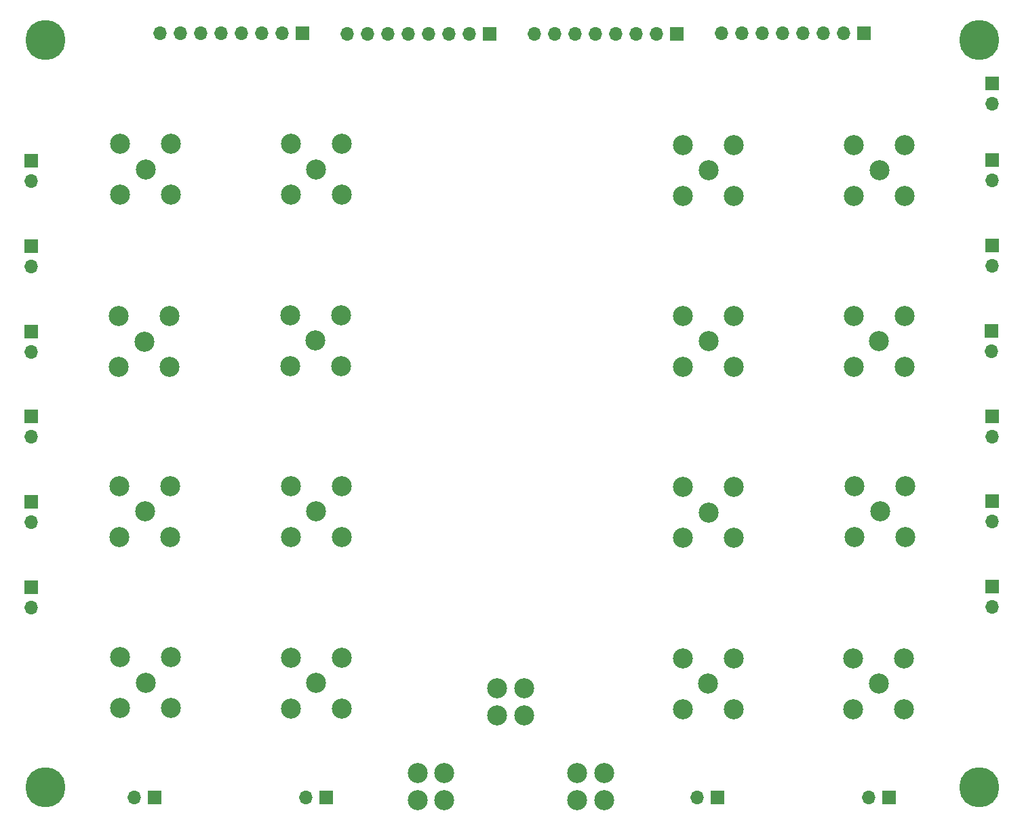
<source format=gbr>
G04 #@! TF.GenerationSoftware,KiCad,Pcbnew,(5.1.10-1-10_14)*
G04 #@! TF.CreationDate,2022-10-09T23:43:03+02:00*
G04 #@! TF.ProjectId,BoatCentralBoard,426f6174-4365-46e7-9472-616c426f6172,rev?*
G04 #@! TF.SameCoordinates,Original*
G04 #@! TF.FileFunction,Soldermask,Bot*
G04 #@! TF.FilePolarity,Negative*
%FSLAX46Y46*%
G04 Gerber Fmt 4.6, Leading zero omitted, Abs format (unit mm)*
G04 Created by KiCad (PCBNEW (5.1.10-1-10_14)) date 2022-10-09 23:43:03*
%MOMM*%
%LPD*%
G01*
G04 APERTURE LIST*
%ADD10C,5.000000*%
%ADD11C,2.500000*%
%ADD12R,1.700000X1.700000*%
%ADD13O,1.700000X1.700000*%
G04 APERTURE END LIST*
D10*
X86790800Y-137280600D03*
X203440800Y-137280600D03*
X203390800Y-44030600D03*
X86790800Y-43980600D03*
D11*
X169625000Y-102975000D03*
X166450000Y-106150000D03*
X172800000Y-106150000D03*
X166450000Y-99800000D03*
X172800000Y-99800000D03*
D12*
X205050000Y-101610000D03*
D13*
X205050000Y-104150000D03*
D11*
X153210000Y-135510000D03*
X156580000Y-135510000D03*
X156580000Y-138880000D03*
X153210000Y-138880000D03*
D12*
X205040800Y-49390600D03*
D13*
X205040800Y-51930600D03*
D12*
X118950000Y-43150000D03*
D13*
X116410000Y-43150000D03*
X113870000Y-43150000D03*
X111330000Y-43150000D03*
X108790000Y-43150000D03*
X106250000Y-43150000D03*
X103710000Y-43150000D03*
X101170000Y-43150000D03*
D12*
X142250000Y-43250000D03*
D13*
X139710000Y-43250000D03*
X137170000Y-43250000D03*
X134630000Y-43250000D03*
X132090000Y-43250000D03*
X129550000Y-43250000D03*
X127010000Y-43250000D03*
X124470000Y-43250000D03*
D12*
X165690000Y-43250000D03*
D13*
X163150000Y-43250000D03*
X160610000Y-43250000D03*
X158070000Y-43250000D03*
X155530000Y-43250000D03*
X152990000Y-43250000D03*
X150450000Y-43250000D03*
X147910000Y-43250000D03*
D12*
X189006200Y-43193800D03*
D13*
X186466200Y-43193800D03*
X183926200Y-43193800D03*
X181386200Y-43193800D03*
X178846200Y-43193800D03*
X176306200Y-43193800D03*
X173766200Y-43193800D03*
X171226200Y-43193800D03*
D11*
X169550000Y-124350000D03*
X172725000Y-127525000D03*
X172725000Y-121175000D03*
X166375000Y-127525000D03*
X166375000Y-121175000D03*
X169590800Y-81630600D03*
X172765800Y-78455600D03*
X166415800Y-78455600D03*
X172765800Y-84805600D03*
X166415800Y-84805600D03*
X190890800Y-81625000D03*
X194065800Y-78450000D03*
X187715800Y-78450000D03*
X194065800Y-84800000D03*
X187715800Y-84800000D03*
X169590800Y-60275000D03*
X172765800Y-57100000D03*
X166415800Y-57100000D03*
X172765800Y-63450000D03*
X166415800Y-63450000D03*
X120650000Y-102850000D03*
X117475000Y-99675000D03*
X117475000Y-106025000D03*
X123825000Y-99675000D03*
X123825000Y-106025000D03*
X99350000Y-124250000D03*
X96175000Y-121075000D03*
X96175000Y-127425000D03*
X102525000Y-121075000D03*
X102525000Y-127425000D03*
X120650000Y-124275000D03*
X123825000Y-121100000D03*
X117475000Y-121100000D03*
X123825000Y-127450000D03*
X117475000Y-127450000D03*
X99350000Y-60150000D03*
X96175000Y-56975000D03*
X96175000Y-63325000D03*
X102525000Y-56975000D03*
X102525000Y-63325000D03*
X120550000Y-81550000D03*
X117375000Y-78375000D03*
X117375000Y-84725000D03*
X123725000Y-78375000D03*
X123725000Y-84725000D03*
X99150000Y-81650000D03*
X95975000Y-78475000D03*
X95975000Y-84825000D03*
X102325000Y-78475000D03*
X102325000Y-84825000D03*
X99250000Y-102850000D03*
X96075000Y-99675000D03*
X96075000Y-106025000D03*
X102425000Y-99675000D03*
X102425000Y-106025000D03*
X143250000Y-124950000D03*
X146620000Y-124950000D03*
X146620000Y-128320000D03*
X143250000Y-128320000D03*
X190850000Y-124350000D03*
X194025000Y-121175000D03*
X187675000Y-121175000D03*
X194025000Y-127525000D03*
X187675000Y-127525000D03*
X190940800Y-60280600D03*
X187765800Y-57105600D03*
X187765800Y-63455600D03*
X194115800Y-57105600D03*
X194115800Y-63455600D03*
X120650000Y-60150000D03*
X117475000Y-56975000D03*
X117475000Y-63325000D03*
X123825000Y-56975000D03*
X123825000Y-63325000D03*
X191025000Y-102875000D03*
X187850000Y-106050000D03*
X194200000Y-106050000D03*
X187850000Y-99700000D03*
X194200000Y-99700000D03*
X136650000Y-138920000D03*
X133280000Y-138920000D03*
X133280000Y-135550000D03*
X136650000Y-135550000D03*
D13*
X85050000Y-104240000D03*
D12*
X85050000Y-101700000D03*
D13*
X85050000Y-93540000D03*
D12*
X85050000Y-91000000D03*
D13*
X85050000Y-82940000D03*
D12*
X85050000Y-80400000D03*
D13*
X85050000Y-72240000D03*
D12*
X85050000Y-69700000D03*
D13*
X85050000Y-61640000D03*
D12*
X85050000Y-59100000D03*
D13*
X119310000Y-138550000D03*
D12*
X121850000Y-138550000D03*
D13*
X97950000Y-138550000D03*
D12*
X100490000Y-138550000D03*
D13*
X85050000Y-114840000D03*
D12*
X85050000Y-112300000D03*
X205050000Y-59010000D03*
D13*
X205050000Y-61550000D03*
X205050000Y-72190000D03*
D12*
X205050000Y-69650000D03*
D13*
X204900000Y-82890000D03*
D12*
X204900000Y-80350000D03*
D13*
X205050000Y-93490000D03*
D12*
X205050000Y-90950000D03*
X205050000Y-112250000D03*
D13*
X205050000Y-114790000D03*
X189610000Y-138550000D03*
D12*
X192150000Y-138550000D03*
D13*
X168210000Y-138550000D03*
D12*
X170750000Y-138550000D03*
M02*

</source>
